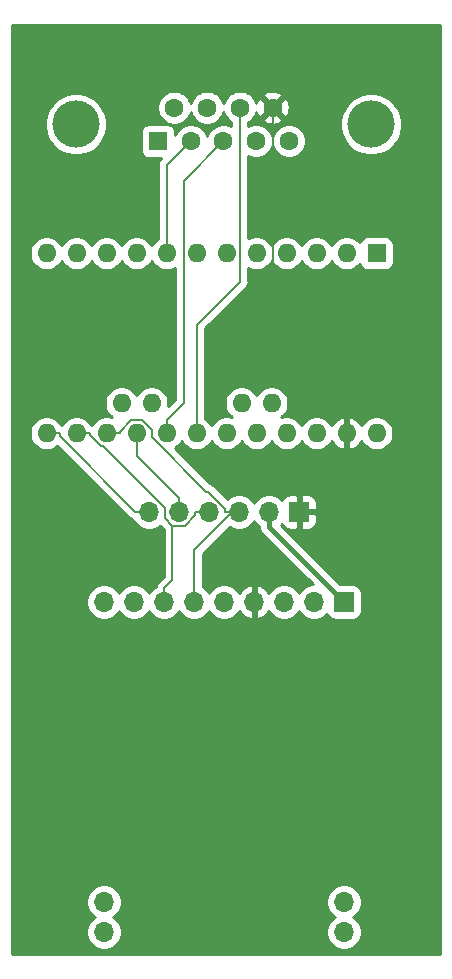
<source format=gbl>
G04 #@! TF.GenerationSoftware,KiCad,Pcbnew,(5.1.9)-1*
G04 #@! TF.CreationDate,2024-11-21T13:27:50+09:00*
G04 #@! TF.ProjectId,SD_dongle,53445f64-6f6e-4676-9c65-2e6b69636164,rev?*
G04 #@! TF.SameCoordinates,PX1997c20PYbac5f70*
G04 #@! TF.FileFunction,Copper,L2,Bot*
G04 #@! TF.FilePolarity,Positive*
%FSLAX46Y46*%
G04 Gerber Fmt 4.6, Leading zero omitted, Abs format (unit mm)*
G04 Created by KiCad (PCBNEW (5.1.9)-1) date 2024-11-21 13:27:50*
%MOMM*%
%LPD*%
G01*
G04 APERTURE LIST*
G04 #@! TA.AperFunction,ComponentPad*
%ADD10R,1.700000X1.700000*%
G04 #@! TD*
G04 #@! TA.AperFunction,ComponentPad*
%ADD11O,1.700000X1.700000*%
G04 #@! TD*
G04 #@! TA.AperFunction,ComponentPad*
%ADD12R,1.600000X1.600000*%
G04 #@! TD*
G04 #@! TA.AperFunction,ComponentPad*
%ADD13O,1.600000X1.600000*%
G04 #@! TD*
G04 #@! TA.AperFunction,ComponentPad*
%ADD14C,1.600000*%
G04 #@! TD*
G04 #@! TA.AperFunction,ComponentPad*
%ADD15C,4.000000*%
G04 #@! TD*
G04 #@! TA.AperFunction,Conductor*
%ADD16C,0.400000*%
G04 #@! TD*
G04 #@! TA.AperFunction,Conductor*
%ADD17C,0.200000*%
G04 #@! TD*
G04 #@! TA.AperFunction,Conductor*
%ADD18C,0.254000*%
G04 #@! TD*
G04 #@! TA.AperFunction,Conductor*
%ADD19C,0.100000*%
G04 #@! TD*
G04 APERTURE END LIST*
D10*
X28750000Y30480000D03*
D11*
X26210000Y30480000D03*
X23670000Y30480000D03*
X21130000Y30480000D03*
X18590000Y30480000D03*
X16050000Y30480000D03*
X13510000Y30480000D03*
X10970000Y30480000D03*
X8430000Y30480000D03*
X8430000Y2540000D03*
X8430000Y5080000D03*
X28750000Y2540000D03*
X28750000Y5080000D03*
D10*
X24940000Y38100000D03*
D11*
X22400000Y38100000D03*
X19860000Y38100000D03*
X17320000Y38100000D03*
X14780000Y38100000D03*
X12240000Y38100000D03*
D12*
X31500000Y60000000D03*
D13*
X28960000Y60000000D03*
X26420000Y60000000D03*
X3560000Y44760000D03*
X23880000Y60000000D03*
X6100000Y44760000D03*
X21340000Y60000000D03*
X8640000Y44760000D03*
X18800000Y60000000D03*
X11180000Y44760000D03*
X16260000Y60000000D03*
X13720000Y44760000D03*
X13720000Y60000000D03*
X16260000Y44760000D03*
X11180000Y60000000D03*
X18800000Y44760000D03*
X8640000Y60000000D03*
X21340000Y44760000D03*
X6100000Y60000000D03*
X23880000Y44760000D03*
X3560000Y60000000D03*
X26420000Y44760000D03*
X28960000Y44760000D03*
X31500000Y44760000D03*
X22610000Y47300000D03*
X20070000Y47300000D03*
X12450000Y47300000D03*
X9910000Y47300000D03*
D12*
X13000000Y69500000D03*
D14*
X15770000Y69500000D03*
X18540000Y69500000D03*
X21310000Y69500000D03*
X24080000Y69500000D03*
X14385000Y72340000D03*
X17155000Y72340000D03*
X19925000Y72340000D03*
X22695000Y72340000D03*
D15*
X31040000Y70920000D03*
X6040000Y70920000D03*
D16*
X22400000Y36830000D02*
X28750000Y30480000D01*
X22400000Y38100000D02*
X22400000Y36830000D01*
D17*
X28960000Y44760000D02*
X28960000Y45860300D01*
X22695000Y72340000D02*
X22695000Y52125300D01*
X22695000Y52125300D02*
X28960000Y45860300D01*
X24940000Y38100000D02*
X24940000Y39250300D01*
X28960000Y44760000D02*
X28960000Y43270300D01*
X28960000Y43270300D02*
X24940000Y39250300D01*
X14780000Y38100000D02*
X14780000Y39250300D01*
X11180000Y44760000D02*
X11180000Y42850300D01*
X11180000Y42850300D02*
X14780000Y39250300D01*
X19284900Y38100000D02*
X16050000Y34865100D01*
X16050000Y34865100D02*
X16050000Y30480000D01*
X19284900Y38100000D02*
X18709700Y38100000D01*
X19860000Y38100000D02*
X19284900Y38100000D01*
X8640000Y44760000D02*
X9740300Y44760000D01*
X9740300Y44760000D02*
X9740300Y44897500D01*
X9740300Y44897500D02*
X10751700Y45908900D01*
X10751700Y45908900D02*
X11602200Y45908900D01*
X11602200Y45908900D02*
X12450000Y45061100D01*
X12450000Y45061100D02*
X12450000Y44406400D01*
X12450000Y44406400D02*
X17049600Y39806800D01*
X17049600Y39806800D02*
X17264600Y39806800D01*
X17264600Y39806800D02*
X18709700Y38361700D01*
X18709700Y38361700D02*
X18709700Y38100000D01*
X14204700Y36944400D02*
X14204700Y32325000D01*
X14204700Y32325000D02*
X13510000Y31630300D01*
X7200300Y44760000D02*
X7200300Y44622300D01*
X7200300Y44622300D02*
X8162900Y43659700D01*
X8162900Y43659700D02*
X8344500Y43659700D01*
X8344500Y43659700D02*
X13583700Y38420500D01*
X13583700Y38420500D02*
X13583700Y37565400D01*
X13583700Y37565400D02*
X14204700Y36944400D01*
X14204700Y36944400D02*
X15252400Y36944400D01*
X15252400Y36944400D02*
X16169700Y37861700D01*
X16169700Y37861700D02*
X16169700Y38100000D01*
X13510000Y30480000D02*
X13510000Y31630300D01*
X17320000Y38100000D02*
X16169700Y38100000D01*
X6100000Y44760000D02*
X7200300Y44760000D01*
X12240000Y38100000D02*
X11089700Y38100000D01*
X3560000Y44760000D02*
X4660300Y44760000D01*
X4660300Y44760000D02*
X4660300Y44529400D01*
X4660300Y44529400D02*
X11089700Y38100000D01*
X15770000Y69500000D02*
X13720000Y67450000D01*
X13720000Y67450000D02*
X13720000Y60000000D01*
X13720000Y45860300D02*
X15159600Y47299900D01*
X15159600Y47299900D02*
X15159600Y66119600D01*
X15159600Y66119600D02*
X18540000Y69500000D01*
X13720000Y44760000D02*
X13720000Y45860300D01*
X16260000Y44760000D02*
X16260000Y53948700D01*
X16260000Y53948700D02*
X19925000Y57613700D01*
X19925000Y57613700D02*
X19925000Y72340000D01*
D18*
X36840000Y660000D02*
X660000Y660000D01*
X660000Y5226260D01*
X6945000Y5226260D01*
X6945000Y4933740D01*
X7002068Y4646842D01*
X7114010Y4376589D01*
X7276525Y4133368D01*
X7483368Y3926525D01*
X7657760Y3810000D01*
X7483368Y3693475D01*
X7276525Y3486632D01*
X7114010Y3243411D01*
X7002068Y2973158D01*
X6945000Y2686260D01*
X6945000Y2393740D01*
X7002068Y2106842D01*
X7114010Y1836589D01*
X7276525Y1593368D01*
X7483368Y1386525D01*
X7726589Y1224010D01*
X7996842Y1112068D01*
X8283740Y1055000D01*
X8576260Y1055000D01*
X8863158Y1112068D01*
X9133411Y1224010D01*
X9376632Y1386525D01*
X9583475Y1593368D01*
X9745990Y1836589D01*
X9857932Y2106842D01*
X9915000Y2393740D01*
X9915000Y2686260D01*
X9857932Y2973158D01*
X9745990Y3243411D01*
X9583475Y3486632D01*
X9376632Y3693475D01*
X9202240Y3810000D01*
X9376632Y3926525D01*
X9583475Y4133368D01*
X9745990Y4376589D01*
X9857932Y4646842D01*
X9915000Y4933740D01*
X9915000Y5226260D01*
X27265000Y5226260D01*
X27265000Y4933740D01*
X27322068Y4646842D01*
X27434010Y4376589D01*
X27596525Y4133368D01*
X27803368Y3926525D01*
X27977760Y3810000D01*
X27803368Y3693475D01*
X27596525Y3486632D01*
X27434010Y3243411D01*
X27322068Y2973158D01*
X27265000Y2686260D01*
X27265000Y2393740D01*
X27322068Y2106842D01*
X27434010Y1836589D01*
X27596525Y1593368D01*
X27803368Y1386525D01*
X28046589Y1224010D01*
X28316842Y1112068D01*
X28603740Y1055000D01*
X28896260Y1055000D01*
X29183158Y1112068D01*
X29453411Y1224010D01*
X29696632Y1386525D01*
X29903475Y1593368D01*
X30065990Y1836589D01*
X30177932Y2106842D01*
X30235000Y2393740D01*
X30235000Y2686260D01*
X30177932Y2973158D01*
X30065990Y3243411D01*
X29903475Y3486632D01*
X29696632Y3693475D01*
X29522240Y3810000D01*
X29696632Y3926525D01*
X29903475Y4133368D01*
X30065990Y4376589D01*
X30177932Y4646842D01*
X30235000Y4933740D01*
X30235000Y5226260D01*
X30177932Y5513158D01*
X30065990Y5783411D01*
X29903475Y6026632D01*
X29696632Y6233475D01*
X29453411Y6395990D01*
X29183158Y6507932D01*
X28896260Y6565000D01*
X28603740Y6565000D01*
X28316842Y6507932D01*
X28046589Y6395990D01*
X27803368Y6233475D01*
X27596525Y6026632D01*
X27434010Y5783411D01*
X27322068Y5513158D01*
X27265000Y5226260D01*
X9915000Y5226260D01*
X9857932Y5513158D01*
X9745990Y5783411D01*
X9583475Y6026632D01*
X9376632Y6233475D01*
X9133411Y6395990D01*
X8863158Y6507932D01*
X8576260Y6565000D01*
X8283740Y6565000D01*
X7996842Y6507932D01*
X7726589Y6395990D01*
X7483368Y6233475D01*
X7276525Y6026632D01*
X7114010Y5783411D01*
X7002068Y5513158D01*
X6945000Y5226260D01*
X660000Y5226260D01*
X660000Y60141335D01*
X2125000Y60141335D01*
X2125000Y59858665D01*
X2180147Y59581426D01*
X2288320Y59320273D01*
X2445363Y59085241D01*
X2645241Y58885363D01*
X2880273Y58728320D01*
X3141426Y58620147D01*
X3418665Y58565000D01*
X3701335Y58565000D01*
X3978574Y58620147D01*
X4239727Y58728320D01*
X4474759Y58885363D01*
X4674637Y59085241D01*
X4830000Y59317759D01*
X4985363Y59085241D01*
X5185241Y58885363D01*
X5420273Y58728320D01*
X5681426Y58620147D01*
X5958665Y58565000D01*
X6241335Y58565000D01*
X6518574Y58620147D01*
X6779727Y58728320D01*
X7014759Y58885363D01*
X7214637Y59085241D01*
X7370000Y59317759D01*
X7525363Y59085241D01*
X7725241Y58885363D01*
X7960273Y58728320D01*
X8221426Y58620147D01*
X8498665Y58565000D01*
X8781335Y58565000D01*
X9058574Y58620147D01*
X9319727Y58728320D01*
X9554759Y58885363D01*
X9754637Y59085241D01*
X9910000Y59317759D01*
X10065363Y59085241D01*
X10265241Y58885363D01*
X10500273Y58728320D01*
X10761426Y58620147D01*
X11038665Y58565000D01*
X11321335Y58565000D01*
X11598574Y58620147D01*
X11859727Y58728320D01*
X12094759Y58885363D01*
X12294637Y59085241D01*
X12450000Y59317759D01*
X12605363Y59085241D01*
X12805241Y58885363D01*
X13040273Y58728320D01*
X13301426Y58620147D01*
X13578665Y58565000D01*
X13861335Y58565000D01*
X14138574Y58620147D01*
X14399727Y58728320D01*
X14424601Y58744940D01*
X14424600Y47604347D01*
X13861679Y47041426D01*
X13885000Y47158665D01*
X13885000Y47441335D01*
X13829853Y47718574D01*
X13721680Y47979727D01*
X13564637Y48214759D01*
X13364759Y48414637D01*
X13129727Y48571680D01*
X12868574Y48679853D01*
X12591335Y48735000D01*
X12308665Y48735000D01*
X12031426Y48679853D01*
X11770273Y48571680D01*
X11535241Y48414637D01*
X11335363Y48214759D01*
X11180000Y47982241D01*
X11024637Y48214759D01*
X10824759Y48414637D01*
X10589727Y48571680D01*
X10328574Y48679853D01*
X10051335Y48735000D01*
X9768665Y48735000D01*
X9491426Y48679853D01*
X9230273Y48571680D01*
X8995241Y48414637D01*
X8795363Y48214759D01*
X8638320Y47979727D01*
X8530147Y47718574D01*
X8475000Y47441335D01*
X8475000Y47158665D01*
X8530147Y46881426D01*
X8638320Y46620273D01*
X8795363Y46385241D01*
X8995241Y46185363D01*
X9071144Y46134646D01*
X9058574Y46139853D01*
X8781335Y46195000D01*
X8498665Y46195000D01*
X8221426Y46139853D01*
X7960273Y46031680D01*
X7725241Y45874637D01*
X7525363Y45674759D01*
X7389086Y45470805D01*
X7344385Y45484365D01*
X7341676Y45484632D01*
X7214637Y45674759D01*
X7014759Y45874637D01*
X6779727Y46031680D01*
X6518574Y46139853D01*
X6241335Y46195000D01*
X5958665Y46195000D01*
X5681426Y46139853D01*
X5420273Y46031680D01*
X5185241Y45874637D01*
X4985363Y45674759D01*
X4849086Y45470805D01*
X4804385Y45484365D01*
X4801676Y45484632D01*
X4674637Y45674759D01*
X4474759Y45874637D01*
X4239727Y46031680D01*
X3978574Y46139853D01*
X3701335Y46195000D01*
X3418665Y46195000D01*
X3141426Y46139853D01*
X2880273Y46031680D01*
X2645241Y45874637D01*
X2445363Y45674759D01*
X2288320Y45439727D01*
X2180147Y45178574D01*
X2125000Y44901335D01*
X2125000Y44618665D01*
X2180147Y44341426D01*
X2288320Y44080273D01*
X2445363Y43845241D01*
X2645241Y43645363D01*
X2880273Y43488320D01*
X3141426Y43380147D01*
X3418665Y43325000D01*
X3701335Y43325000D01*
X3978574Y43380147D01*
X4239727Y43488320D01*
X4474759Y43645363D01*
X4489825Y43660429D01*
X10544446Y37605807D01*
X10567462Y37577762D01*
X10595506Y37554747D01*
X10679380Y37485913D01*
X10807066Y37417663D01*
X10936078Y37378528D01*
X11086525Y37153368D01*
X11293368Y36946525D01*
X11536589Y36784010D01*
X11806842Y36672068D01*
X12093740Y36615000D01*
X12386260Y36615000D01*
X12673158Y36672068D01*
X12943411Y36784010D01*
X13172543Y36937111D01*
X13469700Y36639953D01*
X13469701Y32629448D01*
X13015808Y32175554D01*
X12987763Y32152538D01*
X12895914Y32040620D01*
X12850583Y31955812D01*
X12827664Y31912933D01*
X12788528Y31783922D01*
X12563368Y31633475D01*
X12356525Y31426632D01*
X12240000Y31252240D01*
X12123475Y31426632D01*
X11916632Y31633475D01*
X11673411Y31795990D01*
X11403158Y31907932D01*
X11116260Y31965000D01*
X10823740Y31965000D01*
X10536842Y31907932D01*
X10266589Y31795990D01*
X10023368Y31633475D01*
X9816525Y31426632D01*
X9700000Y31252240D01*
X9583475Y31426632D01*
X9376632Y31633475D01*
X9133411Y31795990D01*
X8863158Y31907932D01*
X8576260Y31965000D01*
X8283740Y31965000D01*
X7996842Y31907932D01*
X7726589Y31795990D01*
X7483368Y31633475D01*
X7276525Y31426632D01*
X7114010Y31183411D01*
X7002068Y30913158D01*
X6945000Y30626260D01*
X6945000Y30333740D01*
X7002068Y30046842D01*
X7114010Y29776589D01*
X7276525Y29533368D01*
X7483368Y29326525D01*
X7726589Y29164010D01*
X7996842Y29052068D01*
X8283740Y28995000D01*
X8576260Y28995000D01*
X8863158Y29052068D01*
X9133411Y29164010D01*
X9376632Y29326525D01*
X9583475Y29533368D01*
X9700000Y29707760D01*
X9816525Y29533368D01*
X10023368Y29326525D01*
X10266589Y29164010D01*
X10536842Y29052068D01*
X10823740Y28995000D01*
X11116260Y28995000D01*
X11403158Y29052068D01*
X11673411Y29164010D01*
X11916632Y29326525D01*
X12123475Y29533368D01*
X12240000Y29707760D01*
X12356525Y29533368D01*
X12563368Y29326525D01*
X12806589Y29164010D01*
X13076842Y29052068D01*
X13363740Y28995000D01*
X13656260Y28995000D01*
X13943158Y29052068D01*
X14213411Y29164010D01*
X14456632Y29326525D01*
X14663475Y29533368D01*
X14780000Y29707760D01*
X14896525Y29533368D01*
X15103368Y29326525D01*
X15346589Y29164010D01*
X15616842Y29052068D01*
X15903740Y28995000D01*
X16196260Y28995000D01*
X16483158Y29052068D01*
X16753411Y29164010D01*
X16996632Y29326525D01*
X17203475Y29533368D01*
X17320000Y29707760D01*
X17436525Y29533368D01*
X17643368Y29326525D01*
X17886589Y29164010D01*
X18156842Y29052068D01*
X18443740Y28995000D01*
X18736260Y28995000D01*
X19023158Y29052068D01*
X19293411Y29164010D01*
X19536632Y29326525D01*
X19743475Y29533368D01*
X19865195Y29715534D01*
X19934822Y29598645D01*
X20129731Y29382412D01*
X20363080Y29208359D01*
X20625901Y29083175D01*
X20773110Y29038524D01*
X21003000Y29159845D01*
X21003000Y30353000D01*
X20983000Y30353000D01*
X20983000Y30607000D01*
X21003000Y30607000D01*
X21003000Y31800155D01*
X20773110Y31921476D01*
X20625901Y31876825D01*
X20363080Y31751641D01*
X20129731Y31577588D01*
X19934822Y31361355D01*
X19865195Y31244466D01*
X19743475Y31426632D01*
X19536632Y31633475D01*
X19293411Y31795990D01*
X19023158Y31907932D01*
X18736260Y31965000D01*
X18443740Y31965000D01*
X18156842Y31907932D01*
X17886589Y31795990D01*
X17643368Y31633475D01*
X17436525Y31426632D01*
X17320000Y31252240D01*
X17203475Y31426632D01*
X16996632Y31633475D01*
X16785000Y31774883D01*
X16785000Y34560654D01*
X19067730Y36843383D01*
X19156589Y36784010D01*
X19426842Y36672068D01*
X19713740Y36615000D01*
X20006260Y36615000D01*
X20293158Y36672068D01*
X20563411Y36784010D01*
X20806632Y36946525D01*
X21013475Y37153368D01*
X21130000Y37327760D01*
X21246525Y37153368D01*
X21453368Y36946525D01*
X21565001Y36871934D01*
X21565001Y36871028D01*
X21560960Y36830000D01*
X21577082Y36666312D01*
X21624828Y36508914D01*
X21683500Y36399147D01*
X21702365Y36363854D01*
X21806710Y36236709D01*
X21838574Y36210559D01*
X26084132Y31965000D01*
X26063740Y31965000D01*
X25776842Y31907932D01*
X25506589Y31795990D01*
X25263368Y31633475D01*
X25056525Y31426632D01*
X24940000Y31252240D01*
X24823475Y31426632D01*
X24616632Y31633475D01*
X24373411Y31795990D01*
X24103158Y31907932D01*
X23816260Y31965000D01*
X23523740Y31965000D01*
X23236842Y31907932D01*
X22966589Y31795990D01*
X22723368Y31633475D01*
X22516525Y31426632D01*
X22394805Y31244466D01*
X22325178Y31361355D01*
X22130269Y31577588D01*
X21896920Y31751641D01*
X21634099Y31876825D01*
X21486890Y31921476D01*
X21257000Y31800155D01*
X21257000Y30607000D01*
X21277000Y30607000D01*
X21277000Y30353000D01*
X21257000Y30353000D01*
X21257000Y29159845D01*
X21486890Y29038524D01*
X21634099Y29083175D01*
X21896920Y29208359D01*
X22130269Y29382412D01*
X22325178Y29598645D01*
X22394805Y29715534D01*
X22516525Y29533368D01*
X22723368Y29326525D01*
X22966589Y29164010D01*
X23236842Y29052068D01*
X23523740Y28995000D01*
X23816260Y28995000D01*
X24103158Y29052068D01*
X24373411Y29164010D01*
X24616632Y29326525D01*
X24823475Y29533368D01*
X24940000Y29707760D01*
X25056525Y29533368D01*
X25263368Y29326525D01*
X25506589Y29164010D01*
X25776842Y29052068D01*
X26063740Y28995000D01*
X26356260Y28995000D01*
X26643158Y29052068D01*
X26913411Y29164010D01*
X27156632Y29326525D01*
X27288487Y29458380D01*
X27310498Y29385820D01*
X27369463Y29275506D01*
X27448815Y29178815D01*
X27545506Y29099463D01*
X27655820Y29040498D01*
X27775518Y29004188D01*
X27900000Y28991928D01*
X29600000Y28991928D01*
X29724482Y29004188D01*
X29844180Y29040498D01*
X29954494Y29099463D01*
X30051185Y29178815D01*
X30130537Y29275506D01*
X30189502Y29385820D01*
X30225812Y29505518D01*
X30238072Y29630000D01*
X30238072Y31330000D01*
X30225812Y31454482D01*
X30189502Y31574180D01*
X30130537Y31684494D01*
X30051185Y31781185D01*
X29954494Y31860537D01*
X29844180Y31919502D01*
X29724482Y31955812D01*
X29600000Y31968072D01*
X28442796Y31968072D01*
X23405487Y37005380D01*
X23478487Y37078380D01*
X23500498Y37005820D01*
X23559463Y36895506D01*
X23638815Y36798815D01*
X23735506Y36719463D01*
X23845820Y36660498D01*
X23965518Y36624188D01*
X24090000Y36611928D01*
X24654250Y36615000D01*
X24813000Y36773750D01*
X24813000Y37973000D01*
X25067000Y37973000D01*
X25067000Y36773750D01*
X25225750Y36615000D01*
X25790000Y36611928D01*
X25914482Y36624188D01*
X26034180Y36660498D01*
X26144494Y36719463D01*
X26241185Y36798815D01*
X26320537Y36895506D01*
X26379502Y37005820D01*
X26415812Y37125518D01*
X26428072Y37250000D01*
X26425000Y37814250D01*
X26266250Y37973000D01*
X25067000Y37973000D01*
X24813000Y37973000D01*
X24793000Y37973000D01*
X24793000Y38227000D01*
X24813000Y38227000D01*
X24813000Y39426250D01*
X25067000Y39426250D01*
X25067000Y38227000D01*
X26266250Y38227000D01*
X26425000Y38385750D01*
X26428072Y38950000D01*
X26415812Y39074482D01*
X26379502Y39194180D01*
X26320537Y39304494D01*
X26241185Y39401185D01*
X26144494Y39480537D01*
X26034180Y39539502D01*
X25914482Y39575812D01*
X25790000Y39588072D01*
X25225750Y39585000D01*
X25067000Y39426250D01*
X24813000Y39426250D01*
X24654250Y39585000D01*
X24090000Y39588072D01*
X23965518Y39575812D01*
X23845820Y39539502D01*
X23735506Y39480537D01*
X23638815Y39401185D01*
X23559463Y39304494D01*
X23500498Y39194180D01*
X23478487Y39121620D01*
X23346632Y39253475D01*
X23103411Y39415990D01*
X22833158Y39527932D01*
X22546260Y39585000D01*
X22253740Y39585000D01*
X21966842Y39527932D01*
X21696589Y39415990D01*
X21453368Y39253475D01*
X21246525Y39046632D01*
X21130000Y38872240D01*
X21013475Y39046632D01*
X20806632Y39253475D01*
X20563411Y39415990D01*
X20293158Y39527932D01*
X20006260Y39585000D01*
X19713740Y39585000D01*
X19426842Y39527932D01*
X19156589Y39415990D01*
X18913368Y39253475D01*
X18885370Y39225477D01*
X17809858Y40300988D01*
X17786838Y40329038D01*
X17674920Y40420887D01*
X17547233Y40489137D01*
X17408685Y40531165D01*
X17359875Y40535972D01*
X14404402Y43491444D01*
X14634759Y43645363D01*
X14834637Y43845241D01*
X14990000Y44077759D01*
X15145363Y43845241D01*
X15345241Y43645363D01*
X15580273Y43488320D01*
X15841426Y43380147D01*
X16118665Y43325000D01*
X16401335Y43325000D01*
X16678574Y43380147D01*
X16939727Y43488320D01*
X17174759Y43645363D01*
X17374637Y43845241D01*
X17530000Y44077759D01*
X17685363Y43845241D01*
X17885241Y43645363D01*
X18120273Y43488320D01*
X18381426Y43380147D01*
X18658665Y43325000D01*
X18941335Y43325000D01*
X19218574Y43380147D01*
X19479727Y43488320D01*
X19714759Y43645363D01*
X19914637Y43845241D01*
X20070000Y44077759D01*
X20225363Y43845241D01*
X20425241Y43645363D01*
X20660273Y43488320D01*
X20921426Y43380147D01*
X21198665Y43325000D01*
X21481335Y43325000D01*
X21758574Y43380147D01*
X22019727Y43488320D01*
X22254759Y43645363D01*
X22454637Y43845241D01*
X22610000Y44077759D01*
X22765363Y43845241D01*
X22965241Y43645363D01*
X23200273Y43488320D01*
X23461426Y43380147D01*
X23738665Y43325000D01*
X24021335Y43325000D01*
X24298574Y43380147D01*
X24559727Y43488320D01*
X24794759Y43645363D01*
X24994637Y43845241D01*
X25150000Y44077759D01*
X25305363Y43845241D01*
X25505241Y43645363D01*
X25740273Y43488320D01*
X26001426Y43380147D01*
X26278665Y43325000D01*
X26561335Y43325000D01*
X26838574Y43380147D01*
X27099727Y43488320D01*
X27334759Y43645363D01*
X27534637Y43845241D01*
X27691680Y44080273D01*
X27696067Y44090865D01*
X27807615Y43904869D01*
X27996586Y43696481D01*
X28222580Y43528963D01*
X28476913Y43408754D01*
X28610961Y43368096D01*
X28833000Y43490085D01*
X28833000Y44633000D01*
X28813000Y44633000D01*
X28813000Y44887000D01*
X28833000Y44887000D01*
X28833000Y46029915D01*
X29087000Y46029915D01*
X29087000Y44887000D01*
X29107000Y44887000D01*
X29107000Y44633000D01*
X29087000Y44633000D01*
X29087000Y43490085D01*
X29309039Y43368096D01*
X29443087Y43408754D01*
X29697420Y43528963D01*
X29923414Y43696481D01*
X30112385Y43904869D01*
X30223933Y44090865D01*
X30228320Y44080273D01*
X30385363Y43845241D01*
X30585241Y43645363D01*
X30820273Y43488320D01*
X31081426Y43380147D01*
X31358665Y43325000D01*
X31641335Y43325000D01*
X31918574Y43380147D01*
X32179727Y43488320D01*
X32414759Y43645363D01*
X32614637Y43845241D01*
X32771680Y44080273D01*
X32879853Y44341426D01*
X32935000Y44618665D01*
X32935000Y44901335D01*
X32879853Y45178574D01*
X32771680Y45439727D01*
X32614637Y45674759D01*
X32414759Y45874637D01*
X32179727Y46031680D01*
X31918574Y46139853D01*
X31641335Y46195000D01*
X31358665Y46195000D01*
X31081426Y46139853D01*
X30820273Y46031680D01*
X30585241Y45874637D01*
X30385363Y45674759D01*
X30228320Y45439727D01*
X30223933Y45429135D01*
X30112385Y45615131D01*
X29923414Y45823519D01*
X29697420Y45991037D01*
X29443087Y46111246D01*
X29309039Y46151904D01*
X29087000Y46029915D01*
X28833000Y46029915D01*
X28610961Y46151904D01*
X28476913Y46111246D01*
X28222580Y45991037D01*
X27996586Y45823519D01*
X27807615Y45615131D01*
X27696067Y45429135D01*
X27691680Y45439727D01*
X27534637Y45674759D01*
X27334759Y45874637D01*
X27099727Y46031680D01*
X26838574Y46139853D01*
X26561335Y46195000D01*
X26278665Y46195000D01*
X26001426Y46139853D01*
X25740273Y46031680D01*
X25505241Y45874637D01*
X25305363Y45674759D01*
X25150000Y45442241D01*
X24994637Y45674759D01*
X24794759Y45874637D01*
X24559727Y46031680D01*
X24298574Y46139853D01*
X24021335Y46195000D01*
X23738665Y46195000D01*
X23461426Y46139853D01*
X23448856Y46134646D01*
X23524759Y46185363D01*
X23724637Y46385241D01*
X23881680Y46620273D01*
X23989853Y46881426D01*
X24045000Y47158665D01*
X24045000Y47441335D01*
X23989853Y47718574D01*
X23881680Y47979727D01*
X23724637Y48214759D01*
X23524759Y48414637D01*
X23289727Y48571680D01*
X23028574Y48679853D01*
X22751335Y48735000D01*
X22468665Y48735000D01*
X22191426Y48679853D01*
X21930273Y48571680D01*
X21695241Y48414637D01*
X21495363Y48214759D01*
X21340000Y47982241D01*
X21184637Y48214759D01*
X20984759Y48414637D01*
X20749727Y48571680D01*
X20488574Y48679853D01*
X20211335Y48735000D01*
X19928665Y48735000D01*
X19651426Y48679853D01*
X19390273Y48571680D01*
X19155241Y48414637D01*
X18955363Y48214759D01*
X18798320Y47979727D01*
X18690147Y47718574D01*
X18635000Y47441335D01*
X18635000Y47158665D01*
X18690147Y46881426D01*
X18798320Y46620273D01*
X18955363Y46385241D01*
X19155241Y46185363D01*
X19231144Y46134646D01*
X19218574Y46139853D01*
X18941335Y46195000D01*
X18658665Y46195000D01*
X18381426Y46139853D01*
X18120273Y46031680D01*
X17885241Y45874637D01*
X17685363Y45674759D01*
X17530000Y45442241D01*
X17374637Y45674759D01*
X17174759Y45874637D01*
X16995000Y45994748D01*
X16995000Y53644254D01*
X20419197Y57068450D01*
X20447237Y57091462D01*
X20470250Y57119503D01*
X20470253Y57119506D01*
X20539087Y57203380D01*
X20607337Y57331066D01*
X20649365Y57469615D01*
X20663556Y57613700D01*
X20660000Y57649805D01*
X20660000Y58728502D01*
X20660273Y58728320D01*
X20921426Y58620147D01*
X21198665Y58565000D01*
X21481335Y58565000D01*
X21758574Y58620147D01*
X22019727Y58728320D01*
X22254759Y58885363D01*
X22454637Y59085241D01*
X22610000Y59317759D01*
X22765363Y59085241D01*
X22965241Y58885363D01*
X23200273Y58728320D01*
X23461426Y58620147D01*
X23738665Y58565000D01*
X24021335Y58565000D01*
X24298574Y58620147D01*
X24559727Y58728320D01*
X24794759Y58885363D01*
X24994637Y59085241D01*
X25150000Y59317759D01*
X25305363Y59085241D01*
X25505241Y58885363D01*
X25740273Y58728320D01*
X26001426Y58620147D01*
X26278665Y58565000D01*
X26561335Y58565000D01*
X26838574Y58620147D01*
X27099727Y58728320D01*
X27334759Y58885363D01*
X27534637Y59085241D01*
X27690000Y59317759D01*
X27845363Y59085241D01*
X28045241Y58885363D01*
X28280273Y58728320D01*
X28541426Y58620147D01*
X28818665Y58565000D01*
X29101335Y58565000D01*
X29378574Y58620147D01*
X29639727Y58728320D01*
X29874759Y58885363D01*
X30073357Y59083961D01*
X30074188Y59075518D01*
X30110498Y58955820D01*
X30169463Y58845506D01*
X30248815Y58748815D01*
X30345506Y58669463D01*
X30455820Y58610498D01*
X30575518Y58574188D01*
X30700000Y58561928D01*
X32300000Y58561928D01*
X32424482Y58574188D01*
X32544180Y58610498D01*
X32654494Y58669463D01*
X32751185Y58748815D01*
X32830537Y58845506D01*
X32889502Y58955820D01*
X32925812Y59075518D01*
X32938072Y59200000D01*
X32938072Y60800000D01*
X32925812Y60924482D01*
X32889502Y61044180D01*
X32830537Y61154494D01*
X32751185Y61251185D01*
X32654494Y61330537D01*
X32544180Y61389502D01*
X32424482Y61425812D01*
X32300000Y61438072D01*
X30700000Y61438072D01*
X30575518Y61425812D01*
X30455820Y61389502D01*
X30345506Y61330537D01*
X30248815Y61251185D01*
X30169463Y61154494D01*
X30110498Y61044180D01*
X30074188Y60924482D01*
X30073357Y60916039D01*
X29874759Y61114637D01*
X29639727Y61271680D01*
X29378574Y61379853D01*
X29101335Y61435000D01*
X28818665Y61435000D01*
X28541426Y61379853D01*
X28280273Y61271680D01*
X28045241Y61114637D01*
X27845363Y60914759D01*
X27690000Y60682241D01*
X27534637Y60914759D01*
X27334759Y61114637D01*
X27099727Y61271680D01*
X26838574Y61379853D01*
X26561335Y61435000D01*
X26278665Y61435000D01*
X26001426Y61379853D01*
X25740273Y61271680D01*
X25505241Y61114637D01*
X25305363Y60914759D01*
X25150000Y60682241D01*
X24994637Y60914759D01*
X24794759Y61114637D01*
X24559727Y61271680D01*
X24298574Y61379853D01*
X24021335Y61435000D01*
X23738665Y61435000D01*
X23461426Y61379853D01*
X23200273Y61271680D01*
X22965241Y61114637D01*
X22765363Y60914759D01*
X22610000Y60682241D01*
X22454637Y60914759D01*
X22254759Y61114637D01*
X22019727Y61271680D01*
X21758574Y61379853D01*
X21481335Y61435000D01*
X21198665Y61435000D01*
X20921426Y61379853D01*
X20660273Y61271680D01*
X20660000Y61271498D01*
X20660000Y68216007D01*
X20891426Y68120147D01*
X21168665Y68065000D01*
X21451335Y68065000D01*
X21728574Y68120147D01*
X21989727Y68228320D01*
X22224759Y68385363D01*
X22424637Y68585241D01*
X22581680Y68820273D01*
X22689853Y69081426D01*
X22695000Y69107301D01*
X22700147Y69081426D01*
X22808320Y68820273D01*
X22965363Y68585241D01*
X23165241Y68385363D01*
X23400273Y68228320D01*
X23661426Y68120147D01*
X23938665Y68065000D01*
X24221335Y68065000D01*
X24498574Y68120147D01*
X24759727Y68228320D01*
X24994759Y68385363D01*
X25194637Y68585241D01*
X25351680Y68820273D01*
X25459853Y69081426D01*
X25515000Y69358665D01*
X25515000Y69641335D01*
X25459853Y69918574D01*
X25351680Y70179727D01*
X25194637Y70414759D01*
X24994759Y70614637D01*
X24759727Y70771680D01*
X24498574Y70879853D01*
X24221335Y70935000D01*
X23938665Y70935000D01*
X23661426Y70879853D01*
X23400273Y70771680D01*
X23165241Y70614637D01*
X22965363Y70414759D01*
X22808320Y70179727D01*
X22700147Y69918574D01*
X22695000Y69892699D01*
X22689853Y69918574D01*
X22581680Y70179727D01*
X22424637Y70414759D01*
X22224759Y70614637D01*
X21989727Y70771680D01*
X21728574Y70879853D01*
X21451335Y70935000D01*
X21168665Y70935000D01*
X20891426Y70879853D01*
X20660000Y70783993D01*
X20660000Y71105252D01*
X20839759Y71225363D01*
X20961694Y71347298D01*
X21881903Y71347298D01*
X21953486Y71103329D01*
X22208996Y70982429D01*
X22483184Y70913700D01*
X22765512Y70899783D01*
X23045130Y70941213D01*
X23311292Y71036397D01*
X23436514Y71103329D01*
X23458870Y71179525D01*
X28405000Y71179525D01*
X28405000Y70660475D01*
X28506261Y70151399D01*
X28704893Y69671859D01*
X28993262Y69240285D01*
X29360285Y68873262D01*
X29791859Y68584893D01*
X30271399Y68386261D01*
X30780475Y68285000D01*
X31299525Y68285000D01*
X31808601Y68386261D01*
X32288141Y68584893D01*
X32719715Y68873262D01*
X33086738Y69240285D01*
X33375107Y69671859D01*
X33573739Y70151399D01*
X33675000Y70660475D01*
X33675000Y71179525D01*
X33573739Y71688601D01*
X33375107Y72168141D01*
X33086738Y72599715D01*
X32719715Y72966738D01*
X32288141Y73255107D01*
X31808601Y73453739D01*
X31299525Y73555000D01*
X30780475Y73555000D01*
X30271399Y73453739D01*
X29791859Y73255107D01*
X29360285Y72966738D01*
X28993262Y72599715D01*
X28704893Y72168141D01*
X28506261Y71688601D01*
X28405000Y71179525D01*
X23458870Y71179525D01*
X23508097Y71347298D01*
X22695000Y72160395D01*
X21881903Y71347298D01*
X20961694Y71347298D01*
X21039637Y71425241D01*
X21196680Y71660273D01*
X21304853Y71921426D01*
X21310513Y71949882D01*
X21391397Y71723708D01*
X21458329Y71598486D01*
X21702298Y71526903D01*
X22515395Y72340000D01*
X22874605Y72340000D01*
X23687702Y71526903D01*
X23931671Y71598486D01*
X24052571Y71853996D01*
X24121300Y72128184D01*
X24135217Y72410512D01*
X24093787Y72690130D01*
X23998603Y72956292D01*
X23931671Y73081514D01*
X23687702Y73153097D01*
X22874605Y72340000D01*
X22515395Y72340000D01*
X21702298Y73153097D01*
X21458329Y73081514D01*
X21337429Y72826004D01*
X21311788Y72723711D01*
X21304853Y72758574D01*
X21196680Y73019727D01*
X21039637Y73254759D01*
X20961694Y73332702D01*
X21881903Y73332702D01*
X22695000Y72519605D01*
X23508097Y73332702D01*
X23436514Y73576671D01*
X23181004Y73697571D01*
X22906816Y73766300D01*
X22624488Y73780217D01*
X22344870Y73738787D01*
X22078708Y73643603D01*
X21953486Y73576671D01*
X21881903Y73332702D01*
X20961694Y73332702D01*
X20839759Y73454637D01*
X20604727Y73611680D01*
X20343574Y73719853D01*
X20066335Y73775000D01*
X19783665Y73775000D01*
X19506426Y73719853D01*
X19245273Y73611680D01*
X19010241Y73454637D01*
X18810363Y73254759D01*
X18653320Y73019727D01*
X18545147Y72758574D01*
X18540000Y72732699D01*
X18534853Y72758574D01*
X18426680Y73019727D01*
X18269637Y73254759D01*
X18069759Y73454637D01*
X17834727Y73611680D01*
X17573574Y73719853D01*
X17296335Y73775000D01*
X17013665Y73775000D01*
X16736426Y73719853D01*
X16475273Y73611680D01*
X16240241Y73454637D01*
X16040363Y73254759D01*
X15883320Y73019727D01*
X15775147Y72758574D01*
X15770000Y72732699D01*
X15764853Y72758574D01*
X15656680Y73019727D01*
X15499637Y73254759D01*
X15299759Y73454637D01*
X15064727Y73611680D01*
X14803574Y73719853D01*
X14526335Y73775000D01*
X14243665Y73775000D01*
X13966426Y73719853D01*
X13705273Y73611680D01*
X13470241Y73454637D01*
X13270363Y73254759D01*
X13113320Y73019727D01*
X13005147Y72758574D01*
X12950000Y72481335D01*
X12950000Y72198665D01*
X13005147Y71921426D01*
X13113320Y71660273D01*
X13270363Y71425241D01*
X13470241Y71225363D01*
X13705273Y71068320D01*
X13966426Y70960147D01*
X14243665Y70905000D01*
X14526335Y70905000D01*
X14803574Y70960147D01*
X15064727Y71068320D01*
X15299759Y71225363D01*
X15499637Y71425241D01*
X15656680Y71660273D01*
X15764853Y71921426D01*
X15770000Y71947301D01*
X15775147Y71921426D01*
X15883320Y71660273D01*
X16040363Y71425241D01*
X16240241Y71225363D01*
X16475273Y71068320D01*
X16736426Y70960147D01*
X17013665Y70905000D01*
X17296335Y70905000D01*
X17573574Y70960147D01*
X17834727Y71068320D01*
X18069759Y71225363D01*
X18269637Y71425241D01*
X18426680Y71660273D01*
X18534853Y71921426D01*
X18540000Y71947301D01*
X18545147Y71921426D01*
X18653320Y71660273D01*
X18810363Y71425241D01*
X19010241Y71225363D01*
X19190001Y71105252D01*
X19190001Y70783993D01*
X18958574Y70879853D01*
X18681335Y70935000D01*
X18398665Y70935000D01*
X18121426Y70879853D01*
X17860273Y70771680D01*
X17625241Y70614637D01*
X17425363Y70414759D01*
X17268320Y70179727D01*
X17160147Y69918574D01*
X17155000Y69892699D01*
X17149853Y69918574D01*
X17041680Y70179727D01*
X16884637Y70414759D01*
X16684759Y70614637D01*
X16449727Y70771680D01*
X16188574Y70879853D01*
X15911335Y70935000D01*
X15628665Y70935000D01*
X15351426Y70879853D01*
X15090273Y70771680D01*
X14855241Y70614637D01*
X14655363Y70414759D01*
X14498320Y70179727D01*
X14438072Y70034275D01*
X14438072Y70300000D01*
X14425812Y70424482D01*
X14389502Y70544180D01*
X14330537Y70654494D01*
X14251185Y70751185D01*
X14154494Y70830537D01*
X14044180Y70889502D01*
X13924482Y70925812D01*
X13800000Y70938072D01*
X12200000Y70938072D01*
X12075518Y70925812D01*
X11955820Y70889502D01*
X11845506Y70830537D01*
X11748815Y70751185D01*
X11669463Y70654494D01*
X11610498Y70544180D01*
X11574188Y70424482D01*
X11561928Y70300000D01*
X11561928Y68700000D01*
X11574188Y68575518D01*
X11610498Y68455820D01*
X11669463Y68345506D01*
X11748815Y68248815D01*
X11845506Y68169463D01*
X11955820Y68110498D01*
X12075518Y68074188D01*
X12200000Y68061928D01*
X13292482Y68061928D01*
X13225808Y67995254D01*
X13197762Y67972237D01*
X13105913Y67860319D01*
X13037663Y67732632D01*
X13008384Y67636113D01*
X12995635Y67594085D01*
X12981444Y67450000D01*
X12985000Y67413895D01*
X12985001Y61234748D01*
X12805241Y61114637D01*
X12605363Y60914759D01*
X12450000Y60682241D01*
X12294637Y60914759D01*
X12094759Y61114637D01*
X11859727Y61271680D01*
X11598574Y61379853D01*
X11321335Y61435000D01*
X11038665Y61435000D01*
X10761426Y61379853D01*
X10500273Y61271680D01*
X10265241Y61114637D01*
X10065363Y60914759D01*
X9910000Y60682241D01*
X9754637Y60914759D01*
X9554759Y61114637D01*
X9319727Y61271680D01*
X9058574Y61379853D01*
X8781335Y61435000D01*
X8498665Y61435000D01*
X8221426Y61379853D01*
X7960273Y61271680D01*
X7725241Y61114637D01*
X7525363Y60914759D01*
X7370000Y60682241D01*
X7214637Y60914759D01*
X7014759Y61114637D01*
X6779727Y61271680D01*
X6518574Y61379853D01*
X6241335Y61435000D01*
X5958665Y61435000D01*
X5681426Y61379853D01*
X5420273Y61271680D01*
X5185241Y61114637D01*
X4985363Y60914759D01*
X4830000Y60682241D01*
X4674637Y60914759D01*
X4474759Y61114637D01*
X4239727Y61271680D01*
X3978574Y61379853D01*
X3701335Y61435000D01*
X3418665Y61435000D01*
X3141426Y61379853D01*
X2880273Y61271680D01*
X2645241Y61114637D01*
X2445363Y60914759D01*
X2288320Y60679727D01*
X2180147Y60418574D01*
X2125000Y60141335D01*
X660000Y60141335D01*
X660000Y71179525D01*
X3405000Y71179525D01*
X3405000Y70660475D01*
X3506261Y70151399D01*
X3704893Y69671859D01*
X3993262Y69240285D01*
X4360285Y68873262D01*
X4791859Y68584893D01*
X5271399Y68386261D01*
X5780475Y68285000D01*
X6299525Y68285000D01*
X6808601Y68386261D01*
X7288141Y68584893D01*
X7719715Y68873262D01*
X8086738Y69240285D01*
X8375107Y69671859D01*
X8573739Y70151399D01*
X8675000Y70660475D01*
X8675000Y71179525D01*
X8573739Y71688601D01*
X8375107Y72168141D01*
X8086738Y72599715D01*
X7719715Y72966738D01*
X7288141Y73255107D01*
X6808601Y73453739D01*
X6299525Y73555000D01*
X5780475Y73555000D01*
X5271399Y73453739D01*
X4791859Y73255107D01*
X4360285Y72966738D01*
X3993262Y72599715D01*
X3704893Y72168141D01*
X3506261Y71688601D01*
X3405000Y71179525D01*
X660000Y71179525D01*
X660000Y79340000D01*
X36840001Y79340000D01*
X36840000Y660000D01*
G04 #@! TA.AperFunction,Conductor*
D19*
G36*
X36840000Y660000D02*
G01*
X660000Y660000D01*
X660000Y5226260D01*
X6945000Y5226260D01*
X6945000Y4933740D01*
X7002068Y4646842D01*
X7114010Y4376589D01*
X7276525Y4133368D01*
X7483368Y3926525D01*
X7657760Y3810000D01*
X7483368Y3693475D01*
X7276525Y3486632D01*
X7114010Y3243411D01*
X7002068Y2973158D01*
X6945000Y2686260D01*
X6945000Y2393740D01*
X7002068Y2106842D01*
X7114010Y1836589D01*
X7276525Y1593368D01*
X7483368Y1386525D01*
X7726589Y1224010D01*
X7996842Y1112068D01*
X8283740Y1055000D01*
X8576260Y1055000D01*
X8863158Y1112068D01*
X9133411Y1224010D01*
X9376632Y1386525D01*
X9583475Y1593368D01*
X9745990Y1836589D01*
X9857932Y2106842D01*
X9915000Y2393740D01*
X9915000Y2686260D01*
X9857932Y2973158D01*
X9745990Y3243411D01*
X9583475Y3486632D01*
X9376632Y3693475D01*
X9202240Y3810000D01*
X9376632Y3926525D01*
X9583475Y4133368D01*
X9745990Y4376589D01*
X9857932Y4646842D01*
X9915000Y4933740D01*
X9915000Y5226260D01*
X27265000Y5226260D01*
X27265000Y4933740D01*
X27322068Y4646842D01*
X27434010Y4376589D01*
X27596525Y4133368D01*
X27803368Y3926525D01*
X27977760Y3810000D01*
X27803368Y3693475D01*
X27596525Y3486632D01*
X27434010Y3243411D01*
X27322068Y2973158D01*
X27265000Y2686260D01*
X27265000Y2393740D01*
X27322068Y2106842D01*
X27434010Y1836589D01*
X27596525Y1593368D01*
X27803368Y1386525D01*
X28046589Y1224010D01*
X28316842Y1112068D01*
X28603740Y1055000D01*
X28896260Y1055000D01*
X29183158Y1112068D01*
X29453411Y1224010D01*
X29696632Y1386525D01*
X29903475Y1593368D01*
X30065990Y1836589D01*
X30177932Y2106842D01*
X30235000Y2393740D01*
X30235000Y2686260D01*
X30177932Y2973158D01*
X30065990Y3243411D01*
X29903475Y3486632D01*
X29696632Y3693475D01*
X29522240Y3810000D01*
X29696632Y3926525D01*
X29903475Y4133368D01*
X30065990Y4376589D01*
X30177932Y4646842D01*
X30235000Y4933740D01*
X30235000Y5226260D01*
X30177932Y5513158D01*
X30065990Y5783411D01*
X29903475Y6026632D01*
X29696632Y6233475D01*
X29453411Y6395990D01*
X29183158Y6507932D01*
X28896260Y6565000D01*
X28603740Y6565000D01*
X28316842Y6507932D01*
X28046589Y6395990D01*
X27803368Y6233475D01*
X27596525Y6026632D01*
X27434010Y5783411D01*
X27322068Y5513158D01*
X27265000Y5226260D01*
X9915000Y5226260D01*
X9857932Y5513158D01*
X9745990Y5783411D01*
X9583475Y6026632D01*
X9376632Y6233475D01*
X9133411Y6395990D01*
X8863158Y6507932D01*
X8576260Y6565000D01*
X8283740Y6565000D01*
X7996842Y6507932D01*
X7726589Y6395990D01*
X7483368Y6233475D01*
X7276525Y6026632D01*
X7114010Y5783411D01*
X7002068Y5513158D01*
X6945000Y5226260D01*
X660000Y5226260D01*
X660000Y60141335D01*
X2125000Y60141335D01*
X2125000Y59858665D01*
X2180147Y59581426D01*
X2288320Y59320273D01*
X2445363Y59085241D01*
X2645241Y58885363D01*
X2880273Y58728320D01*
X3141426Y58620147D01*
X3418665Y58565000D01*
X3701335Y58565000D01*
X3978574Y58620147D01*
X4239727Y58728320D01*
X4474759Y58885363D01*
X4674637Y59085241D01*
X4830000Y59317759D01*
X4985363Y59085241D01*
X5185241Y58885363D01*
X5420273Y58728320D01*
X5681426Y58620147D01*
X5958665Y58565000D01*
X6241335Y58565000D01*
X6518574Y58620147D01*
X6779727Y58728320D01*
X7014759Y58885363D01*
X7214637Y59085241D01*
X7370000Y59317759D01*
X7525363Y59085241D01*
X7725241Y58885363D01*
X7960273Y58728320D01*
X8221426Y58620147D01*
X8498665Y58565000D01*
X8781335Y58565000D01*
X9058574Y58620147D01*
X9319727Y58728320D01*
X9554759Y58885363D01*
X9754637Y59085241D01*
X9910000Y59317759D01*
X10065363Y59085241D01*
X10265241Y58885363D01*
X10500273Y58728320D01*
X10761426Y58620147D01*
X11038665Y58565000D01*
X11321335Y58565000D01*
X11598574Y58620147D01*
X11859727Y58728320D01*
X12094759Y58885363D01*
X12294637Y59085241D01*
X12450000Y59317759D01*
X12605363Y59085241D01*
X12805241Y58885363D01*
X13040273Y58728320D01*
X13301426Y58620147D01*
X13578665Y58565000D01*
X13861335Y58565000D01*
X14138574Y58620147D01*
X14399727Y58728320D01*
X14424601Y58744940D01*
X14424600Y47604347D01*
X13861679Y47041426D01*
X13885000Y47158665D01*
X13885000Y47441335D01*
X13829853Y47718574D01*
X13721680Y47979727D01*
X13564637Y48214759D01*
X13364759Y48414637D01*
X13129727Y48571680D01*
X12868574Y48679853D01*
X12591335Y48735000D01*
X12308665Y48735000D01*
X12031426Y48679853D01*
X11770273Y48571680D01*
X11535241Y48414637D01*
X11335363Y48214759D01*
X11180000Y47982241D01*
X11024637Y48214759D01*
X10824759Y48414637D01*
X10589727Y48571680D01*
X10328574Y48679853D01*
X10051335Y48735000D01*
X9768665Y48735000D01*
X9491426Y48679853D01*
X9230273Y48571680D01*
X8995241Y48414637D01*
X8795363Y48214759D01*
X8638320Y47979727D01*
X8530147Y47718574D01*
X8475000Y47441335D01*
X8475000Y47158665D01*
X8530147Y46881426D01*
X8638320Y46620273D01*
X8795363Y46385241D01*
X8995241Y46185363D01*
X9071144Y46134646D01*
X9058574Y46139853D01*
X8781335Y46195000D01*
X8498665Y46195000D01*
X8221426Y46139853D01*
X7960273Y46031680D01*
X7725241Y45874637D01*
X7525363Y45674759D01*
X7389086Y45470805D01*
X7344385Y45484365D01*
X7341676Y45484632D01*
X7214637Y45674759D01*
X7014759Y45874637D01*
X6779727Y46031680D01*
X6518574Y46139853D01*
X6241335Y46195000D01*
X5958665Y46195000D01*
X5681426Y46139853D01*
X5420273Y46031680D01*
X5185241Y45874637D01*
X4985363Y45674759D01*
X4849086Y45470805D01*
X4804385Y45484365D01*
X4801676Y45484632D01*
X4674637Y45674759D01*
X4474759Y45874637D01*
X4239727Y46031680D01*
X3978574Y46139853D01*
X3701335Y46195000D01*
X3418665Y46195000D01*
X3141426Y46139853D01*
X2880273Y46031680D01*
X2645241Y45874637D01*
X2445363Y45674759D01*
X2288320Y45439727D01*
X2180147Y45178574D01*
X2125000Y44901335D01*
X2125000Y44618665D01*
X2180147Y44341426D01*
X2288320Y44080273D01*
X2445363Y43845241D01*
X2645241Y43645363D01*
X2880273Y43488320D01*
X3141426Y43380147D01*
X3418665Y43325000D01*
X3701335Y43325000D01*
X3978574Y43380147D01*
X4239727Y43488320D01*
X4474759Y43645363D01*
X4489825Y43660429D01*
X10544446Y37605807D01*
X10567462Y37577762D01*
X10595506Y37554747D01*
X10679380Y37485913D01*
X10807066Y37417663D01*
X10936078Y37378528D01*
X11086525Y37153368D01*
X11293368Y36946525D01*
X11536589Y36784010D01*
X11806842Y36672068D01*
X12093740Y36615000D01*
X12386260Y36615000D01*
X12673158Y36672068D01*
X12943411Y36784010D01*
X13172543Y36937111D01*
X13469700Y36639953D01*
X13469701Y32629448D01*
X13015808Y32175554D01*
X12987763Y32152538D01*
X12895914Y32040620D01*
X12850583Y31955812D01*
X12827664Y31912933D01*
X12788528Y31783922D01*
X12563368Y31633475D01*
X12356525Y31426632D01*
X12240000Y31252240D01*
X12123475Y31426632D01*
X11916632Y31633475D01*
X11673411Y31795990D01*
X11403158Y31907932D01*
X11116260Y31965000D01*
X10823740Y31965000D01*
X10536842Y31907932D01*
X10266589Y31795990D01*
X10023368Y31633475D01*
X9816525Y31426632D01*
X9700000Y31252240D01*
X9583475Y31426632D01*
X9376632Y31633475D01*
X9133411Y31795990D01*
X8863158Y31907932D01*
X8576260Y31965000D01*
X8283740Y31965000D01*
X7996842Y31907932D01*
X7726589Y31795990D01*
X7483368Y31633475D01*
X7276525Y31426632D01*
X7114010Y31183411D01*
X7002068Y30913158D01*
X6945000Y30626260D01*
X6945000Y30333740D01*
X7002068Y30046842D01*
X7114010Y29776589D01*
X7276525Y29533368D01*
X7483368Y29326525D01*
X7726589Y29164010D01*
X7996842Y29052068D01*
X8283740Y28995000D01*
X8576260Y28995000D01*
X8863158Y29052068D01*
X9133411Y29164010D01*
X9376632Y29326525D01*
X9583475Y29533368D01*
X9700000Y29707760D01*
X9816525Y29533368D01*
X10023368Y29326525D01*
X10266589Y29164010D01*
X10536842Y29052068D01*
X10823740Y28995000D01*
X11116260Y28995000D01*
X11403158Y29052068D01*
X11673411Y29164010D01*
X11916632Y29326525D01*
X12123475Y29533368D01*
X12240000Y29707760D01*
X12356525Y29533368D01*
X12563368Y29326525D01*
X12806589Y29164010D01*
X13076842Y29052068D01*
X13363740Y28995000D01*
X13656260Y28995000D01*
X13943158Y29052068D01*
X14213411Y29164010D01*
X14456632Y29326525D01*
X14663475Y29533368D01*
X14780000Y29707760D01*
X14896525Y29533368D01*
X15103368Y29326525D01*
X15346589Y29164010D01*
X15616842Y29052068D01*
X15903740Y28995000D01*
X16196260Y28995000D01*
X16483158Y29052068D01*
X16753411Y29164010D01*
X16996632Y29326525D01*
X17203475Y29533368D01*
X17320000Y29707760D01*
X17436525Y29533368D01*
X17643368Y29326525D01*
X17886589Y29164010D01*
X18156842Y29052068D01*
X18443740Y28995000D01*
X18736260Y28995000D01*
X19023158Y29052068D01*
X19293411Y29164010D01*
X19536632Y29326525D01*
X19743475Y29533368D01*
X19865195Y29715534D01*
X19934822Y29598645D01*
X20129731Y29382412D01*
X20363080Y29208359D01*
X20625901Y29083175D01*
X20773110Y29038524D01*
X21003000Y29159845D01*
X21003000Y30353000D01*
X20983000Y30353000D01*
X20983000Y30607000D01*
X21003000Y30607000D01*
X21003000Y31800155D01*
X20773110Y31921476D01*
X20625901Y31876825D01*
X20363080Y31751641D01*
X20129731Y31577588D01*
X19934822Y31361355D01*
X19865195Y31244466D01*
X19743475Y31426632D01*
X19536632Y31633475D01*
X19293411Y31795990D01*
X19023158Y31907932D01*
X18736260Y31965000D01*
X18443740Y31965000D01*
X18156842Y31907932D01*
X17886589Y31795990D01*
X17643368Y31633475D01*
X17436525Y31426632D01*
X17320000Y31252240D01*
X17203475Y31426632D01*
X16996632Y31633475D01*
X16785000Y31774883D01*
X16785000Y34560654D01*
X19067730Y36843383D01*
X19156589Y36784010D01*
X19426842Y36672068D01*
X19713740Y36615000D01*
X20006260Y36615000D01*
X20293158Y36672068D01*
X20563411Y36784010D01*
X20806632Y36946525D01*
X21013475Y37153368D01*
X21130000Y37327760D01*
X21246525Y37153368D01*
X21453368Y36946525D01*
X21565001Y36871934D01*
X21565001Y36871028D01*
X21560960Y36830000D01*
X21577082Y36666312D01*
X21624828Y36508914D01*
X21683500Y36399147D01*
X21702365Y36363854D01*
X21806710Y36236709D01*
X21838574Y36210559D01*
X26084132Y31965000D01*
X26063740Y31965000D01*
X25776842Y31907932D01*
X25506589Y31795990D01*
X25263368Y31633475D01*
X25056525Y31426632D01*
X24940000Y31252240D01*
X24823475Y31426632D01*
X24616632Y31633475D01*
X24373411Y31795990D01*
X24103158Y31907932D01*
X23816260Y31965000D01*
X23523740Y31965000D01*
X23236842Y31907932D01*
X22966589Y31795990D01*
X22723368Y31633475D01*
X22516525Y31426632D01*
X22394805Y31244466D01*
X22325178Y31361355D01*
X22130269Y31577588D01*
X21896920Y31751641D01*
X21634099Y31876825D01*
X21486890Y31921476D01*
X21257000Y31800155D01*
X21257000Y30607000D01*
X21277000Y30607000D01*
X21277000Y30353000D01*
X21257000Y30353000D01*
X21257000Y29159845D01*
X21486890Y29038524D01*
X21634099Y29083175D01*
X21896920Y29208359D01*
X22130269Y29382412D01*
X22325178Y29598645D01*
X22394805Y29715534D01*
X22516525Y29533368D01*
X22723368Y29326525D01*
X22966589Y29164010D01*
X23236842Y29052068D01*
X23523740Y28995000D01*
X23816260Y28995000D01*
X24103158Y29052068D01*
X24373411Y29164010D01*
X24616632Y29326525D01*
X24823475Y29533368D01*
X24940000Y29707760D01*
X25056525Y29533368D01*
X25263368Y29326525D01*
X25506589Y29164010D01*
X25776842Y29052068D01*
X26063740Y28995000D01*
X26356260Y28995000D01*
X26643158Y29052068D01*
X26913411Y29164010D01*
X27156632Y29326525D01*
X27288487Y29458380D01*
X27310498Y29385820D01*
X27369463Y29275506D01*
X27448815Y29178815D01*
X27545506Y29099463D01*
X27655820Y29040498D01*
X27775518Y29004188D01*
X27900000Y28991928D01*
X29600000Y28991928D01*
X29724482Y29004188D01*
X29844180Y29040498D01*
X29954494Y29099463D01*
X30051185Y29178815D01*
X30130537Y29275506D01*
X30189502Y29385820D01*
X30225812Y29505518D01*
X30238072Y29630000D01*
X30238072Y31330000D01*
X30225812Y31454482D01*
X30189502Y31574180D01*
X30130537Y31684494D01*
X30051185Y31781185D01*
X29954494Y31860537D01*
X29844180Y31919502D01*
X29724482Y31955812D01*
X29600000Y31968072D01*
X28442796Y31968072D01*
X23405487Y37005380D01*
X23478487Y37078380D01*
X23500498Y37005820D01*
X23559463Y36895506D01*
X23638815Y36798815D01*
X23735506Y36719463D01*
X23845820Y36660498D01*
X23965518Y36624188D01*
X24090000Y36611928D01*
X24654250Y36615000D01*
X24813000Y36773750D01*
X24813000Y37973000D01*
X25067000Y37973000D01*
X25067000Y36773750D01*
X25225750Y36615000D01*
X25790000Y36611928D01*
X25914482Y36624188D01*
X26034180Y36660498D01*
X26144494Y36719463D01*
X26241185Y36798815D01*
X26320537Y36895506D01*
X26379502Y37005820D01*
X26415812Y37125518D01*
X26428072Y37250000D01*
X26425000Y37814250D01*
X26266250Y37973000D01*
X25067000Y37973000D01*
X24813000Y37973000D01*
X24793000Y37973000D01*
X24793000Y38227000D01*
X24813000Y38227000D01*
X24813000Y39426250D01*
X25067000Y39426250D01*
X25067000Y38227000D01*
X26266250Y38227000D01*
X26425000Y38385750D01*
X26428072Y38950000D01*
X26415812Y39074482D01*
X26379502Y39194180D01*
X26320537Y39304494D01*
X26241185Y39401185D01*
X26144494Y39480537D01*
X26034180Y39539502D01*
X25914482Y39575812D01*
X25790000Y39588072D01*
X25225750Y39585000D01*
X25067000Y39426250D01*
X24813000Y39426250D01*
X24654250Y39585000D01*
X24090000Y39588072D01*
X23965518Y39575812D01*
X23845820Y39539502D01*
X23735506Y39480537D01*
X23638815Y39401185D01*
X23559463Y39304494D01*
X23500498Y39194180D01*
X23478487Y39121620D01*
X23346632Y39253475D01*
X23103411Y39415990D01*
X22833158Y39527932D01*
X22546260Y39585000D01*
X22253740Y39585000D01*
X21966842Y39527932D01*
X21696589Y39415990D01*
X21453368Y39253475D01*
X21246525Y39046632D01*
X21130000Y38872240D01*
X21013475Y39046632D01*
X20806632Y39253475D01*
X20563411Y39415990D01*
X20293158Y39527932D01*
X20006260Y39585000D01*
X19713740Y39585000D01*
X19426842Y39527932D01*
X19156589Y39415990D01*
X18913368Y39253475D01*
X18885370Y39225477D01*
X17809858Y40300988D01*
X17786838Y40329038D01*
X17674920Y40420887D01*
X17547233Y40489137D01*
X17408685Y40531165D01*
X17359875Y40535972D01*
X14404402Y43491444D01*
X14634759Y43645363D01*
X14834637Y43845241D01*
X14990000Y44077759D01*
X15145363Y43845241D01*
X15345241Y43645363D01*
X15580273Y43488320D01*
X15841426Y43380147D01*
X16118665Y43325000D01*
X16401335Y43325000D01*
X16678574Y43380147D01*
X16939727Y43488320D01*
X17174759Y43645363D01*
X17374637Y43845241D01*
X17530000Y44077759D01*
X17685363Y43845241D01*
X17885241Y43645363D01*
X18120273Y43488320D01*
X18381426Y43380147D01*
X18658665Y43325000D01*
X18941335Y43325000D01*
X19218574Y43380147D01*
X19479727Y43488320D01*
X19714759Y43645363D01*
X19914637Y43845241D01*
X20070000Y44077759D01*
X20225363Y43845241D01*
X20425241Y43645363D01*
X20660273Y43488320D01*
X20921426Y43380147D01*
X21198665Y43325000D01*
X21481335Y43325000D01*
X21758574Y43380147D01*
X22019727Y43488320D01*
X22254759Y43645363D01*
X22454637Y43845241D01*
X22610000Y44077759D01*
X22765363Y43845241D01*
X22965241Y43645363D01*
X23200273Y43488320D01*
X23461426Y43380147D01*
X23738665Y43325000D01*
X24021335Y43325000D01*
X24298574Y43380147D01*
X24559727Y43488320D01*
X24794759Y43645363D01*
X24994637Y43845241D01*
X25150000Y44077759D01*
X25305363Y43845241D01*
X25505241Y43645363D01*
X25740273Y43488320D01*
X26001426Y43380147D01*
X26278665Y43325000D01*
X26561335Y43325000D01*
X26838574Y43380147D01*
X27099727Y43488320D01*
X27334759Y43645363D01*
X27534637Y43845241D01*
X27691680Y44080273D01*
X27696067Y44090865D01*
X27807615Y43904869D01*
X27996586Y43696481D01*
X28222580Y43528963D01*
X28476913Y43408754D01*
X28610961Y43368096D01*
X28833000Y43490085D01*
X28833000Y44633000D01*
X28813000Y44633000D01*
X28813000Y44887000D01*
X28833000Y44887000D01*
X28833000Y46029915D01*
X29087000Y46029915D01*
X29087000Y44887000D01*
X29107000Y44887000D01*
X29107000Y44633000D01*
X29087000Y44633000D01*
X29087000Y43490085D01*
X29309039Y43368096D01*
X29443087Y43408754D01*
X29697420Y43528963D01*
X29923414Y43696481D01*
X30112385Y43904869D01*
X30223933Y44090865D01*
X30228320Y44080273D01*
X30385363Y43845241D01*
X30585241Y43645363D01*
X30820273Y43488320D01*
X31081426Y43380147D01*
X31358665Y43325000D01*
X31641335Y43325000D01*
X31918574Y43380147D01*
X32179727Y43488320D01*
X32414759Y43645363D01*
X32614637Y43845241D01*
X32771680Y44080273D01*
X32879853Y44341426D01*
X32935000Y44618665D01*
X32935000Y44901335D01*
X32879853Y45178574D01*
X32771680Y45439727D01*
X32614637Y45674759D01*
X32414759Y45874637D01*
X32179727Y46031680D01*
X31918574Y46139853D01*
X31641335Y46195000D01*
X31358665Y46195000D01*
X31081426Y46139853D01*
X30820273Y46031680D01*
X30585241Y45874637D01*
X30385363Y45674759D01*
X30228320Y45439727D01*
X30223933Y45429135D01*
X30112385Y45615131D01*
X29923414Y45823519D01*
X29697420Y45991037D01*
X29443087Y46111246D01*
X29309039Y46151904D01*
X29087000Y46029915D01*
X28833000Y46029915D01*
X28610961Y46151904D01*
X28476913Y46111246D01*
X28222580Y45991037D01*
X27996586Y45823519D01*
X27807615Y45615131D01*
X27696067Y45429135D01*
X27691680Y45439727D01*
X27534637Y45674759D01*
X27334759Y45874637D01*
X27099727Y46031680D01*
X26838574Y46139853D01*
X26561335Y46195000D01*
X26278665Y46195000D01*
X26001426Y46139853D01*
X25740273Y46031680D01*
X25505241Y45874637D01*
X25305363Y45674759D01*
X25150000Y45442241D01*
X24994637Y45674759D01*
X24794759Y45874637D01*
X24559727Y46031680D01*
X24298574Y46139853D01*
X24021335Y46195000D01*
X23738665Y46195000D01*
X23461426Y46139853D01*
X23448856Y46134646D01*
X23524759Y46185363D01*
X23724637Y46385241D01*
X23881680Y46620273D01*
X23989853Y46881426D01*
X24045000Y47158665D01*
X24045000Y47441335D01*
X23989853Y47718574D01*
X23881680Y47979727D01*
X23724637Y48214759D01*
X23524759Y48414637D01*
X23289727Y48571680D01*
X23028574Y48679853D01*
X22751335Y48735000D01*
X22468665Y48735000D01*
X22191426Y48679853D01*
X21930273Y48571680D01*
X21695241Y48414637D01*
X21495363Y48214759D01*
X21340000Y47982241D01*
X21184637Y48214759D01*
X20984759Y48414637D01*
X20749727Y48571680D01*
X20488574Y48679853D01*
X20211335Y48735000D01*
X19928665Y48735000D01*
X19651426Y48679853D01*
X19390273Y48571680D01*
X19155241Y48414637D01*
X18955363Y48214759D01*
X18798320Y47979727D01*
X18690147Y47718574D01*
X18635000Y47441335D01*
X18635000Y47158665D01*
X18690147Y46881426D01*
X18798320Y46620273D01*
X18955363Y46385241D01*
X19155241Y46185363D01*
X19231144Y46134646D01*
X19218574Y46139853D01*
X18941335Y46195000D01*
X18658665Y46195000D01*
X18381426Y46139853D01*
X18120273Y46031680D01*
X17885241Y45874637D01*
X17685363Y45674759D01*
X17530000Y45442241D01*
X17374637Y45674759D01*
X17174759Y45874637D01*
X16995000Y45994748D01*
X16995000Y53644254D01*
X20419197Y57068450D01*
X20447237Y57091462D01*
X20470250Y57119503D01*
X20470253Y57119506D01*
X20539087Y57203380D01*
X20607337Y57331066D01*
X20649365Y57469615D01*
X20663556Y57613700D01*
X20660000Y57649805D01*
X20660000Y58728502D01*
X20660273Y58728320D01*
X20921426Y58620147D01*
X21198665Y58565000D01*
X21481335Y58565000D01*
X21758574Y58620147D01*
X22019727Y58728320D01*
X22254759Y58885363D01*
X22454637Y59085241D01*
X22610000Y59317759D01*
X22765363Y59085241D01*
X22965241Y58885363D01*
X23200273Y58728320D01*
X23461426Y58620147D01*
X23738665Y58565000D01*
X24021335Y58565000D01*
X24298574Y58620147D01*
X24559727Y58728320D01*
X24794759Y58885363D01*
X24994637Y59085241D01*
X25150000Y59317759D01*
X25305363Y59085241D01*
X25505241Y58885363D01*
X25740273Y58728320D01*
X26001426Y58620147D01*
X26278665Y58565000D01*
X26561335Y58565000D01*
X26838574Y58620147D01*
X27099727Y58728320D01*
X27334759Y58885363D01*
X27534637Y59085241D01*
X27690000Y59317759D01*
X27845363Y59085241D01*
X28045241Y58885363D01*
X28280273Y58728320D01*
X28541426Y58620147D01*
X28818665Y58565000D01*
X29101335Y58565000D01*
X29378574Y58620147D01*
X29639727Y58728320D01*
X29874759Y58885363D01*
X30073357Y59083961D01*
X30074188Y59075518D01*
X30110498Y58955820D01*
X30169463Y58845506D01*
X30248815Y58748815D01*
X30345506Y58669463D01*
X30455820Y58610498D01*
X30575518Y58574188D01*
X30700000Y58561928D01*
X32300000Y58561928D01*
X32424482Y58574188D01*
X32544180Y58610498D01*
X32654494Y58669463D01*
X32751185Y58748815D01*
X32830537Y58845506D01*
X32889502Y58955820D01*
X32925812Y59075518D01*
X32938072Y59200000D01*
X32938072Y60800000D01*
X32925812Y60924482D01*
X32889502Y61044180D01*
X32830537Y61154494D01*
X32751185Y61251185D01*
X32654494Y61330537D01*
X32544180Y61389502D01*
X32424482Y61425812D01*
X32300000Y61438072D01*
X30700000Y61438072D01*
X30575518Y61425812D01*
X30455820Y61389502D01*
X30345506Y61330537D01*
X30248815Y61251185D01*
X30169463Y61154494D01*
X30110498Y61044180D01*
X30074188Y60924482D01*
X30073357Y60916039D01*
X29874759Y61114637D01*
X29639727Y61271680D01*
X29378574Y61379853D01*
X29101335Y61435000D01*
X28818665Y61435000D01*
X28541426Y61379853D01*
X28280273Y61271680D01*
X28045241Y61114637D01*
X27845363Y60914759D01*
X27690000Y60682241D01*
X27534637Y60914759D01*
X27334759Y61114637D01*
X27099727Y61271680D01*
X26838574Y61379853D01*
X26561335Y61435000D01*
X26278665Y61435000D01*
X26001426Y61379853D01*
X25740273Y61271680D01*
X25505241Y61114637D01*
X25305363Y60914759D01*
X25150000Y60682241D01*
X24994637Y60914759D01*
X24794759Y61114637D01*
X24559727Y61271680D01*
X24298574Y61379853D01*
X24021335Y61435000D01*
X23738665Y61435000D01*
X23461426Y61379853D01*
X23200273Y61271680D01*
X22965241Y61114637D01*
X22765363Y60914759D01*
X22610000Y60682241D01*
X22454637Y60914759D01*
X22254759Y61114637D01*
X22019727Y61271680D01*
X21758574Y61379853D01*
X21481335Y61435000D01*
X21198665Y61435000D01*
X20921426Y61379853D01*
X20660273Y61271680D01*
X20660000Y61271498D01*
X20660000Y68216007D01*
X20891426Y68120147D01*
X21168665Y68065000D01*
X21451335Y68065000D01*
X21728574Y68120147D01*
X21989727Y68228320D01*
X22224759Y68385363D01*
X22424637Y68585241D01*
X22581680Y68820273D01*
X22689853Y69081426D01*
X22695000Y69107301D01*
X22700147Y69081426D01*
X22808320Y68820273D01*
X22965363Y68585241D01*
X23165241Y68385363D01*
X23400273Y68228320D01*
X23661426Y68120147D01*
X23938665Y68065000D01*
X24221335Y68065000D01*
X24498574Y68120147D01*
X24759727Y68228320D01*
X24994759Y68385363D01*
X25194637Y68585241D01*
X25351680Y68820273D01*
X25459853Y69081426D01*
X25515000Y69358665D01*
X25515000Y69641335D01*
X25459853Y69918574D01*
X25351680Y70179727D01*
X25194637Y70414759D01*
X24994759Y70614637D01*
X24759727Y70771680D01*
X24498574Y70879853D01*
X24221335Y70935000D01*
X23938665Y70935000D01*
X23661426Y70879853D01*
X23400273Y70771680D01*
X23165241Y70614637D01*
X22965363Y70414759D01*
X22808320Y70179727D01*
X22700147Y69918574D01*
X22695000Y69892699D01*
X22689853Y69918574D01*
X22581680Y70179727D01*
X22424637Y70414759D01*
X22224759Y70614637D01*
X21989727Y70771680D01*
X21728574Y70879853D01*
X21451335Y70935000D01*
X21168665Y70935000D01*
X20891426Y70879853D01*
X20660000Y70783993D01*
X20660000Y71105252D01*
X20839759Y71225363D01*
X20961694Y71347298D01*
X21881903Y71347298D01*
X21953486Y71103329D01*
X22208996Y70982429D01*
X22483184Y70913700D01*
X22765512Y70899783D01*
X23045130Y70941213D01*
X23311292Y71036397D01*
X23436514Y71103329D01*
X23458870Y71179525D01*
X28405000Y71179525D01*
X28405000Y70660475D01*
X28506261Y70151399D01*
X28704893Y69671859D01*
X28993262Y69240285D01*
X29360285Y68873262D01*
X29791859Y68584893D01*
X30271399Y68386261D01*
X30780475Y68285000D01*
X31299525Y68285000D01*
X31808601Y68386261D01*
X32288141Y68584893D01*
X32719715Y68873262D01*
X33086738Y69240285D01*
X33375107Y69671859D01*
X33573739Y70151399D01*
X33675000Y70660475D01*
X33675000Y71179525D01*
X33573739Y71688601D01*
X33375107Y72168141D01*
X33086738Y72599715D01*
X32719715Y72966738D01*
X32288141Y73255107D01*
X31808601Y73453739D01*
X31299525Y73555000D01*
X30780475Y73555000D01*
X30271399Y73453739D01*
X29791859Y73255107D01*
X29360285Y72966738D01*
X28993262Y72599715D01*
X28704893Y72168141D01*
X28506261Y71688601D01*
X28405000Y71179525D01*
X23458870Y71179525D01*
X23508097Y71347298D01*
X22695000Y72160395D01*
X21881903Y71347298D01*
X20961694Y71347298D01*
X21039637Y71425241D01*
X21196680Y71660273D01*
X21304853Y71921426D01*
X21310513Y71949882D01*
X21391397Y71723708D01*
X21458329Y71598486D01*
X21702298Y71526903D01*
X22515395Y72340000D01*
X22874605Y72340000D01*
X23687702Y71526903D01*
X23931671Y71598486D01*
X24052571Y71853996D01*
X24121300Y72128184D01*
X24135217Y72410512D01*
X24093787Y72690130D01*
X23998603Y72956292D01*
X23931671Y73081514D01*
X23687702Y73153097D01*
X22874605Y72340000D01*
X22515395Y72340000D01*
X21702298Y73153097D01*
X21458329Y73081514D01*
X21337429Y72826004D01*
X21311788Y72723711D01*
X21304853Y72758574D01*
X21196680Y73019727D01*
X21039637Y73254759D01*
X20961694Y73332702D01*
X21881903Y73332702D01*
X22695000Y72519605D01*
X23508097Y73332702D01*
X23436514Y73576671D01*
X23181004Y73697571D01*
X22906816Y73766300D01*
X22624488Y73780217D01*
X22344870Y73738787D01*
X22078708Y73643603D01*
X21953486Y73576671D01*
X21881903Y73332702D01*
X20961694Y73332702D01*
X20839759Y73454637D01*
X20604727Y73611680D01*
X20343574Y73719853D01*
X20066335Y73775000D01*
X19783665Y73775000D01*
X19506426Y73719853D01*
X19245273Y73611680D01*
X19010241Y73454637D01*
X18810363Y73254759D01*
X18653320Y73019727D01*
X18545147Y72758574D01*
X18540000Y72732699D01*
X18534853Y72758574D01*
X18426680Y73019727D01*
X18269637Y73254759D01*
X18069759Y73454637D01*
X17834727Y73611680D01*
X17573574Y73719853D01*
X17296335Y73775000D01*
X17013665Y73775000D01*
X16736426Y73719853D01*
X16475273Y73611680D01*
X16240241Y73454637D01*
X16040363Y73254759D01*
X15883320Y73019727D01*
X15775147Y72758574D01*
X15770000Y72732699D01*
X15764853Y72758574D01*
X15656680Y73019727D01*
X15499637Y73254759D01*
X15299759Y73454637D01*
X15064727Y73611680D01*
X14803574Y73719853D01*
X14526335Y73775000D01*
X14243665Y73775000D01*
X13966426Y73719853D01*
X13705273Y73611680D01*
X13470241Y73454637D01*
X13270363Y73254759D01*
X13113320Y73019727D01*
X13005147Y72758574D01*
X12950000Y72481335D01*
X12950000Y72198665D01*
X13005147Y71921426D01*
X13113320Y71660273D01*
X13270363Y71425241D01*
X13470241Y71225363D01*
X13705273Y71068320D01*
X13966426Y70960147D01*
X14243665Y70905000D01*
X14526335Y70905000D01*
X14803574Y70960147D01*
X15064727Y71068320D01*
X15299759Y71225363D01*
X15499637Y71425241D01*
X15656680Y71660273D01*
X15764853Y71921426D01*
X15770000Y71947301D01*
X15775147Y71921426D01*
X15883320Y71660273D01*
X16040363Y71425241D01*
X16240241Y71225363D01*
X16475273Y71068320D01*
X16736426Y70960147D01*
X17013665Y70905000D01*
X17296335Y70905000D01*
X17573574Y70960147D01*
X17834727Y71068320D01*
X18069759Y71225363D01*
X18269637Y71425241D01*
X18426680Y71660273D01*
X18534853Y71921426D01*
X18540000Y71947301D01*
X18545147Y71921426D01*
X18653320Y71660273D01*
X18810363Y71425241D01*
X19010241Y71225363D01*
X19190001Y71105252D01*
X19190001Y70783993D01*
X18958574Y70879853D01*
X18681335Y70935000D01*
X18398665Y70935000D01*
X18121426Y70879853D01*
X17860273Y70771680D01*
X17625241Y70614637D01*
X17425363Y70414759D01*
X17268320Y70179727D01*
X17160147Y69918574D01*
X17155000Y69892699D01*
X17149853Y69918574D01*
X17041680Y70179727D01*
X16884637Y70414759D01*
X16684759Y70614637D01*
X16449727Y70771680D01*
X16188574Y70879853D01*
X15911335Y70935000D01*
X15628665Y70935000D01*
X15351426Y70879853D01*
X15090273Y70771680D01*
X14855241Y70614637D01*
X14655363Y70414759D01*
X14498320Y70179727D01*
X14438072Y70034275D01*
X14438072Y70300000D01*
X14425812Y70424482D01*
X14389502Y70544180D01*
X14330537Y70654494D01*
X14251185Y70751185D01*
X14154494Y70830537D01*
X14044180Y70889502D01*
X13924482Y70925812D01*
X13800000Y70938072D01*
X12200000Y70938072D01*
X12075518Y70925812D01*
X11955820Y70889502D01*
X11845506Y70830537D01*
X11748815Y70751185D01*
X11669463Y70654494D01*
X11610498Y70544180D01*
X11574188Y70424482D01*
X11561928Y70300000D01*
X11561928Y68700000D01*
X11574188Y68575518D01*
X11610498Y68455820D01*
X11669463Y68345506D01*
X11748815Y68248815D01*
X11845506Y68169463D01*
X11955820Y68110498D01*
X12075518Y68074188D01*
X12200000Y68061928D01*
X13292482Y68061928D01*
X13225808Y67995254D01*
X13197762Y67972237D01*
X13105913Y67860319D01*
X13037663Y67732632D01*
X13008384Y67636113D01*
X12995635Y67594085D01*
X12981444Y67450000D01*
X12985000Y67413895D01*
X12985001Y61234748D01*
X12805241Y61114637D01*
X12605363Y60914759D01*
X12450000Y60682241D01*
X12294637Y60914759D01*
X12094759Y61114637D01*
X11859727Y61271680D01*
X11598574Y61379853D01*
X11321335Y61435000D01*
X11038665Y61435000D01*
X10761426Y61379853D01*
X10500273Y61271680D01*
X10265241Y61114637D01*
X10065363Y60914759D01*
X9910000Y60682241D01*
X9754637Y60914759D01*
X9554759Y61114637D01*
X9319727Y61271680D01*
X9058574Y61379853D01*
X8781335Y61435000D01*
X8498665Y61435000D01*
X8221426Y61379853D01*
X7960273Y61271680D01*
X7725241Y61114637D01*
X7525363Y60914759D01*
X7370000Y60682241D01*
X7214637Y60914759D01*
X7014759Y61114637D01*
X6779727Y61271680D01*
X6518574Y61379853D01*
X6241335Y61435000D01*
X5958665Y61435000D01*
X5681426Y61379853D01*
X5420273Y61271680D01*
X5185241Y61114637D01*
X4985363Y60914759D01*
X4830000Y60682241D01*
X4674637Y60914759D01*
X4474759Y61114637D01*
X4239727Y61271680D01*
X3978574Y61379853D01*
X3701335Y61435000D01*
X3418665Y61435000D01*
X3141426Y61379853D01*
X2880273Y61271680D01*
X2645241Y61114637D01*
X2445363Y60914759D01*
X2288320Y60679727D01*
X2180147Y60418574D01*
X2125000Y60141335D01*
X660000Y60141335D01*
X660000Y71179525D01*
X3405000Y71179525D01*
X3405000Y70660475D01*
X3506261Y70151399D01*
X3704893Y69671859D01*
X3993262Y69240285D01*
X4360285Y68873262D01*
X4791859Y68584893D01*
X5271399Y68386261D01*
X5780475Y68285000D01*
X6299525Y68285000D01*
X6808601Y68386261D01*
X7288141Y68584893D01*
X7719715Y68873262D01*
X8086738Y69240285D01*
X8375107Y69671859D01*
X8573739Y70151399D01*
X8675000Y70660475D01*
X8675000Y71179525D01*
X8573739Y71688601D01*
X8375107Y72168141D01*
X8086738Y72599715D01*
X7719715Y72966738D01*
X7288141Y73255107D01*
X6808601Y73453739D01*
X6299525Y73555000D01*
X5780475Y73555000D01*
X5271399Y73453739D01*
X4791859Y73255107D01*
X4360285Y72966738D01*
X3993262Y72599715D01*
X3704893Y72168141D01*
X3506261Y71688601D01*
X3405000Y71179525D01*
X660000Y71179525D01*
X660000Y79340000D01*
X36840001Y79340000D01*
X36840000Y660000D01*
G37*
G04 #@! TD.AperFunction*
M02*

</source>
